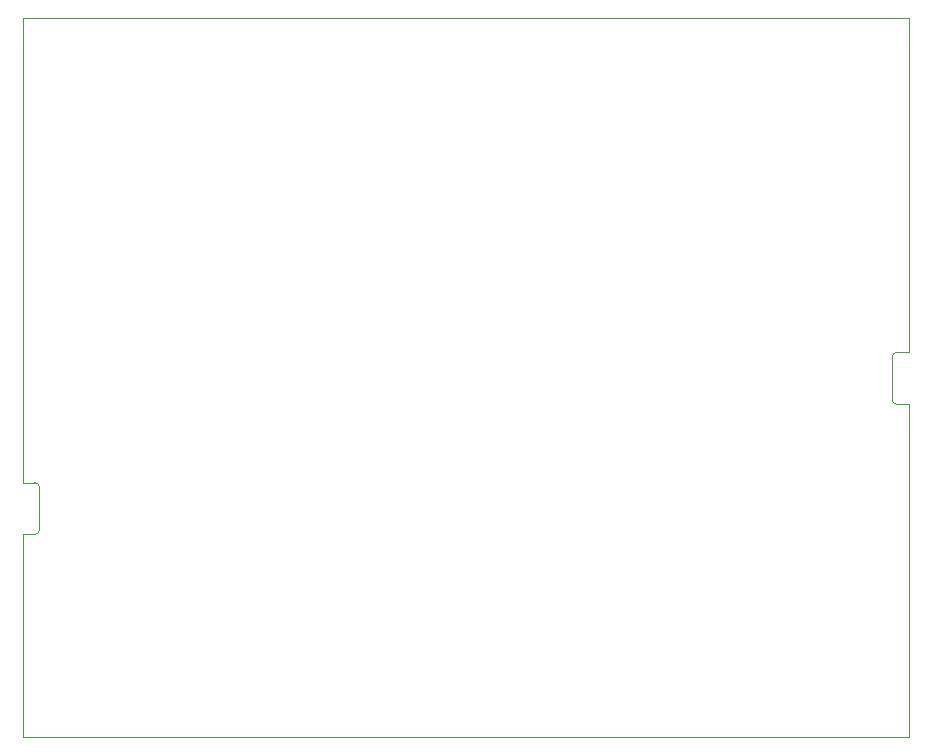
<source format=gm1>
%TF.GenerationSoftware,KiCad,Pcbnew,6.0.8-f2edbf62ab~116~ubuntu20.04.1*%
%TF.CreationDate,2022-10-07T00:55:20-04:00*%
%TF.ProjectId,SSTC_Audio_Isolator,53535443-5f41-4756-9469-6f5f49736f6c,rev?*%
%TF.SameCoordinates,Original*%
%TF.FileFunction,Profile,NP*%
%FSLAX46Y46*%
G04 Gerber Fmt 4.6, Leading zero omitted, Abs format (unit mm)*
G04 Created by KiCad (PCBNEW 6.0.8-f2edbf62ab~116~ubuntu20.04.1) date 2022-10-07 00:55:20*
%MOMM*%
%LPD*%
G01*
G04 APERTURE LIST*
%TA.AperFunction,Profile*%
%ADD10C,0.100000*%
%TD*%
%TA.AperFunction,Profile*%
%ADD11C,0.120000*%
%TD*%
G04 APERTURE END LIST*
D10*
X175000000Y-74000000D02*
X175000000Y-50000000D01*
X100000000Y-50000000D02*
X100000000Y-85021666D01*
X175000000Y-50000000D02*
X100000000Y-50000000D01*
X175000000Y-110900000D02*
X175000000Y-87000000D01*
X100000000Y-110900000D02*
X175000000Y-110900000D01*
X100000000Y-98021666D02*
X100000000Y-110900000D01*
D11*
%TO.C,J1*%
X100000000Y-89321666D02*
X100000000Y-85021666D01*
X101000000Y-93721666D02*
X100000000Y-93721666D01*
X101400000Y-93321666D02*
X101400000Y-89721666D01*
X101000000Y-89321666D02*
X100000000Y-89321666D01*
X100000000Y-93721666D02*
X100000000Y-98021666D01*
X101000000Y-93721666D02*
G75*
G03*
X101400000Y-93321666I0J400000D01*
G01*
X101400000Y-89721666D02*
G75*
G03*
X101000000Y-89321666I-400002J-2D01*
G01*
%TO.C,J3*%
X175000000Y-78300000D02*
X175000000Y-74000000D01*
X174000000Y-82700000D02*
X175000000Y-82700000D01*
X173600000Y-78700000D02*
X173600000Y-82300000D01*
X175000000Y-82700000D02*
X175000000Y-87000000D01*
X174000000Y-78300000D02*
X175000000Y-78300000D01*
X174000000Y-78300000D02*
G75*
G03*
X173600000Y-78700000I0J-400000D01*
G01*
X173600000Y-82300000D02*
G75*
G03*
X174000000Y-82700000I400002J2D01*
G01*
%TD*%
M02*

</source>
